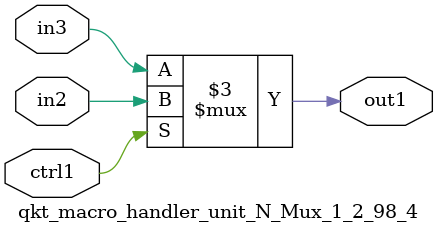
<source format=v>

`timescale 1ps / 1ps


module qkt_macro_handler_unit_N_Mux_1_2_98_4( in3, in2, ctrl1, out1 );

    input in3;
    input in2;
    input ctrl1;
    output out1;
    reg out1;

    
    // rtl_process:qkt_macro_handler_unit_N_Mux_1_2_98_4/qkt_macro_handler_unit_N_Mux_1_2_98_4_thread_1
    always @*
      begin : qkt_macro_handler_unit_N_Mux_1_2_98_4_thread_1
        case (ctrl1) 
          1'b1: 
            begin
              out1 = in2;
            end
          default: 
            begin
              out1 = in3;
            end
        endcase
      end

endmodule



</source>
